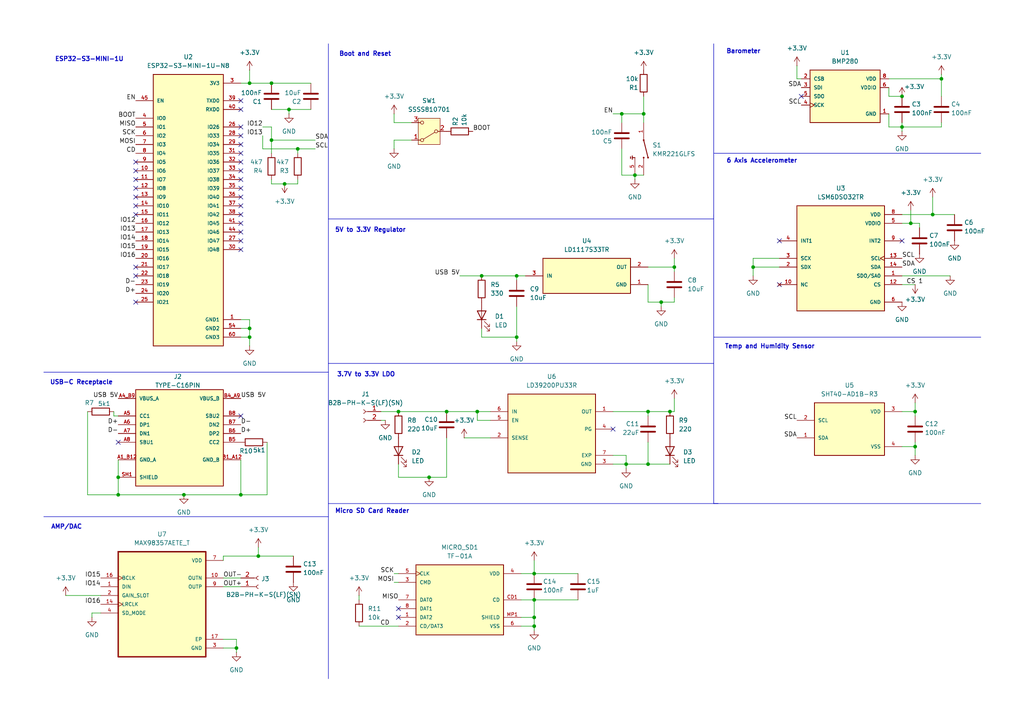
<source format=kicad_sch>
(kicad_sch (version 20250114) (generator "eeschema") (generator_version "9.0")
  (paper "A4")
  (text "3.7V to 3.3V LDO" (at 106.172 108.712 0) (effects (font (size 1.27 1.27) (thickness 0.254) (bold yes))))
  (text "Temp and Humidity Sensor" (at 223.266 100.584 0) (effects (font (size 1.27 1.27) (thickness 0.254) (bold yes))))
  (text "6 Axis Accelerometer" (at 220.98 46.736 0) (effects (font (size 1.27 1.27) (thickness 0.254) (bold yes))))
  (text "Micro SD Card Reader" (at 107.95 148.336 0) (effects (font (size 1.27 1.27) (thickness 0.254) (bold yes))))
  (text "ESP32-S3-MINI-1U" (at 25.908 17.272 0) (effects (font (size 1.27 1.27) (thickness 0.254) (bold yes))))
  (text "5V to 3.3V Regulator" (at 107.442 66.802 0) (effects (font (size 1.27 1.27) (thickness 0.254) (bold yes))))
  (text "AMP/DAC" (at 19.304 152.908 0) (effects (font (size 1.27 1.27) (thickness 0.254) (bold yes))))
  (text "USB-C Receptacle" (at 23.622 110.998 0) (effects (font (size 1.27 1.27) (thickness 0.254) (bold yes))))
  (text "Barometer" (at 215.646 14.986 0) (effects (font (size 1.27 1.27) (thickness 0.254) (bold yes))))
  (text "Boot and Reset" (at 105.918 15.748 0) (effects (font (size 1.27 1.27) (thickness 0.254) (bold yes))))
  (junction (at 72.39 97.79))
  (junction (at 218.44 77.47))
  (junction (at 265.43 119.38))
  (junction (at 86.36 43.18))
  (junction (at 34.29 143.51))
  (junction (at 68.58 187.96))
  (junction (at 72.39 24.13))
  (junction (at 154.94 181.61))
  (junction (at 187.96 119.38))
  (junction (at 270.51 62.23))
  (junction (at 124.46 138.43))
  (junction (at 72.39 95.25))
  (junction (at 82.55 53.34))
  (junction (at 139.7 80.01))
  (junction (at 83.82 31.75))
  (junction (at 129.54 119.38))
  (junction (at 149.86 80.01))
  (junction (at 186.69 33.02))
  (junction (at 34.29 138.43))
  (junction (at 181.61 134.62))
  (junction (at 154.94 166.37))
  (junction (at 78.74 24.13))
  (junction (at 69.85 143.51))
  (junction (at 187.96 134.62))
  (junction (at 53.34 143.51))
  (junction (at 74.93 161.29))
  (junction (at 149.86 97.79))
  (junction (at 154.94 179.07))
  (junction (at 138.43 119.38))
  (junction (at 261.62 36.83))
  (junction (at 264.16 64.77))
  (junction (at 195.58 77.47))
  (junction (at 261.62 27.94))
  (junction (at 184.15 50.8))
  (junction (at 154.94 173.99))
  (junction (at 180.34 33.02))
  (junction (at 273.05 22.86))
  (junction (at 194.31 119.38))
  (junction (at 265.43 129.54))
  (junction (at 191.77 87.63))
  (junction (at 115.57 119.38))
  (junction (at 78.74 40.64))
  (no_connect (at 69.85 39.37))
  (no_connect (at 69.85 54.61))
  (no_connect (at 69.85 49.53))
  (no_connect (at 39.37 80.01))
  (no_connect (at 69.85 57.15))
  (no_connect (at 226.06 82.55))
  (no_connect (at 69.85 67.31))
  (no_connect (at 69.85 69.85))
  (no_connect (at 69.85 59.69))
  (no_connect (at 69.85 120.65))
  (no_connect (at 69.85 72.39))
  (no_connect (at 69.85 44.45))
  (no_connect (at 39.37 52.07))
  (no_connect (at 177.8 124.46))
  (no_connect (at 39.37 62.23))
  (no_connect (at 69.85 46.99))
  (no_connect (at 115.57 179.07))
  (no_connect (at 69.85 64.77))
  (no_connect (at 39.37 87.63))
  (no_connect (at 69.85 31.75))
  (no_connect (at 69.85 36.83))
  (no_connect (at 115.57 176.53))
  (no_connect (at 226.06 69.85))
  (no_connect (at 39.37 77.47))
  (no_connect (at 69.85 41.91))
  (no_connect (at 261.62 69.85))
  (no_connect (at 39.37 49.53))
  (no_connect (at 232.41 27.94))
  (no_connect (at 69.85 29.21))
  (no_connect (at 69.85 62.23))
  (no_connect (at 34.29 128.27))
  (no_connect (at 39.37 54.61))
  (no_connect (at 69.85 52.07))
  (no_connect (at 39.37 46.99))
  (no_connect (at 39.37 59.69))
  (no_connect (at 39.37 57.15))
  (wire (pts (xy 151.13 173.99) (xy 154.94 173.99)))
  (wire (pts (xy 177.8 134.62) (xy 181.61 134.62)))
  (wire (pts (xy 77.47 143.51) (xy 69.85 143.51)))
  (wire (pts (xy 104.14 181.61) (xy 115.57 181.61)))
  (wire (pts (xy 129.54 127) (xy 129.54 138.43)))
  (wire (pts (xy 139.7 95.25) (xy 139.7 97.79)))
  (wire (pts (xy 218.44 77.47) (xy 218.44 74.93)))
  (wire (pts (xy 82.55 53.34) (xy 86.36 53.34)))
  (wire (pts (xy 69.85 97.79) (xy 72.39 97.79)))
  (wire (pts (xy 91.44 40.64) (xy 78.74 40.64)))
  (polyline (pts (xy 12.7 107.95) (xy 95.25 107.95)))
  (wire (pts (xy 114.3 43.18) (xy 114.3 40.64)))
  (polyline (pts (xy 95.25 12.7) (xy 95.25 196.85)))
  (wire (pts (xy 138.43 121.92) (xy 138.43 119.38)))
  (wire (pts (xy 78.74 31.75) (xy 83.82 31.75)))
  (wire (pts (xy 195.58 74.93) (xy 195.58 77.47)))
  (wire (pts (xy 138.43 119.38) (xy 142.24 119.38)))
  (wire (pts (xy 139.7 97.79) (xy 149.86 97.79)))
  (wire (pts (xy 69.85 143.51) (xy 53.34 143.51)))
  (wire (pts (xy 231.14 22.86) (xy 232.41 22.86)))
  (wire (pts (xy 33.02 120.65) (xy 34.29 120.65)))
  (polyline (pts (xy 207.01 146.05) (xy 208.28 146.05)))
  (wire (pts (xy 64.77 161.29) (xy 74.93 161.29)))
  (wire (pts (xy 154.94 173.99) (xy 154.94 179.07)))
  (wire (pts (xy 181.61 134.62) (xy 181.61 135.89)))
  (wire (pts (xy 64.77 185.42) (xy 68.58 185.42)))
  (wire (pts (xy 78.74 52.07) (xy 78.74 53.34)))
  (polyline (pts (xy 12.7 149.86) (xy 95.25 149.86)))
  (wire (pts (xy 114.3 33.02) (xy 114.3 35.56)))
  (wire (pts (xy 187.96 120.65) (xy 187.96 119.38)))
  (wire (pts (xy 78.74 53.34) (xy 82.55 53.34)))
  (polyline (pts (xy 95.25 146.05) (xy 284.48 146.05)))
  (wire (pts (xy 218.44 74.93) (xy 226.06 74.93)))
  (wire (pts (xy 180.34 43.18) (xy 180.34 50.8)))
  (wire (pts (xy 184.15 50.8) (xy 186.69 50.8)))
  (wire (pts (xy 191.77 87.63) (xy 187.96 87.63)))
  (wire (pts (xy 265.43 129.54) (xy 261.62 129.54)))
  (wire (pts (xy 181.61 134.62) (xy 187.96 134.62)))
  (wire (pts (xy 115.57 138.43) (xy 124.46 138.43)))
  (wire (pts (xy 187.96 119.38) (xy 194.31 119.38)))
  (wire (pts (xy 142.24 121.92) (xy 138.43 121.92)))
  (wire (pts (xy 104.14 172.72) (xy 104.14 173.99)))
  (wire (pts (xy 187.96 128.27) (xy 187.96 134.62)))
  (wire (pts (xy 78.74 36.83) (xy 78.74 40.64)))
  (wire (pts (xy 64.77 162.56) (xy 64.77 161.29)))
  (wire (pts (xy 177.8 33.02) (xy 180.34 33.02)))
  (wire (pts (xy 26.67 179.07) (xy 26.67 177.8)))
  (wire (pts (xy 114.3 40.64) (xy 119.38 40.64)))
  (polyline (pts (xy 207.01 62.23) (xy 207.01 63.5)))
  (wire (pts (xy 273.05 36.83) (xy 261.62 36.83)))
  (wire (pts (xy 25.4 119.38) (xy 25.4 143.51)))
  (wire (pts (xy 186.69 35.56) (xy 186.69 33.02)))
  (wire (pts (xy 77.47 128.27) (xy 77.47 143.51)))
  (wire (pts (xy 86.36 44.45) (xy 86.36 43.18)))
  (wire (pts (xy 72.39 20.32) (xy 72.39 24.13)))
  (wire (pts (xy 270.51 57.15) (xy 270.51 62.23)))
  (wire (pts (xy 114.3 35.56) (xy 119.38 35.56)))
  (wire (pts (xy 74.93 158.75) (xy 74.93 161.29)))
  (wire (pts (xy 72.39 97.79) (xy 72.39 100.33)))
  (wire (pts (xy 195.58 86.36) (xy 195.58 87.63)))
  (wire (pts (xy 195.58 78.74) (xy 195.58 77.47)))
  (wire (pts (xy 69.85 133.35) (xy 69.85 143.51)))
  (wire (pts (xy 195.58 77.47) (xy 187.96 77.47)))
  (wire (pts (xy 257.81 22.86) (xy 273.05 22.86)))
  (wire (pts (xy 257.81 36.83) (xy 261.62 36.83)))
  (wire (pts (xy 187.96 134.62) (xy 194.31 134.62)))
  (wire (pts (xy 154.94 162.56) (xy 154.94 166.37)))
  (wire (pts (xy 257.81 33.02) (xy 257.81 36.83)))
  (wire (pts (xy 149.86 88.9) (xy 149.86 97.79)))
  (wire (pts (xy 151.13 166.37) (xy 154.94 166.37)))
  (wire (pts (xy 187.96 119.38) (xy 177.8 119.38)))
  (wire (pts (xy 68.58 187.96) (xy 68.58 189.23)))
  (wire (pts (xy 231.14 19.05) (xy 231.14 22.86)))
  (wire (pts (xy 184.15 50.8) (xy 184.15 52.07)))
  (wire (pts (xy 19.05 172.72) (xy 29.21 172.72)))
  (wire (pts (xy 177.8 132.08) (xy 181.61 132.08)))
  (wire (pts (xy 257.81 25.4) (xy 257.81 27.94)))
  (wire (pts (xy 72.39 95.25) (xy 72.39 97.79)))
  (wire (pts (xy 134.62 127) (xy 142.24 127)))
  (wire (pts (xy 273.05 27.94) (xy 273.05 22.86)))
  (wire (pts (xy 86.36 43.18) (xy 76.2 43.18)))
  (wire (pts (xy 26.67 177.8) (xy 29.21 177.8)))
  (wire (pts (xy 91.44 43.18) (xy 86.36 43.18)))
  (wire (pts (xy 115.57 166.37) (xy 114.3 166.37)))
  (wire (pts (xy 191.77 87.63) (xy 191.77 88.9)))
  (wire (pts (xy 261.62 82.55) (xy 265.43 82.55)))
  (wire (pts (xy 115.57 119.38) (xy 129.54 119.38)))
  (wire (pts (xy 181.61 132.08) (xy 181.61 134.62)))
  (wire (pts (xy 78.74 24.13) (xy 90.17 24.13)))
  (polyline (pts (xy 207.01 97.79) (xy 284.48 97.79)))
  (wire (pts (xy 64.77 187.96) (xy 68.58 187.96)))
  (wire (pts (xy 149.86 81.28) (xy 149.86 80.01)))
  (wire (pts (xy 266.7 64.77) (xy 266.7 66.04)))
  (wire (pts (xy 261.62 35.56) (xy 261.62 36.83)))
  (wire (pts (xy 154.94 179.07) (xy 154.94 181.61)))
  (wire (pts (xy 195.58 119.38) (xy 194.31 119.38)))
  (wire (pts (xy 154.94 173.99) (xy 167.64 173.99)))
  (polyline (pts (xy 95.25 105.41) (xy 207.01 105.41)))
  (wire (pts (xy 261.62 38.1) (xy 261.62 36.83)))
  (wire (pts (xy 261.62 62.23) (xy 270.51 62.23)))
  (wire (pts (xy 68.58 185.42) (xy 68.58 187.96)))
  (wire (pts (xy 34.29 138.43) (xy 34.29 143.51)))
  (wire (pts (xy 195.58 87.63) (xy 191.77 87.63)))
  (wire (pts (xy 133.35 80.01) (xy 139.7 80.01)))
  (wire (pts (xy 74.93 161.29) (xy 85.09 161.29)))
  (wire (pts (xy 180.34 33.02) (xy 186.69 33.02)))
  (wire (pts (xy 115.57 134.62) (xy 115.57 138.43)))
  (wire (pts (xy 180.34 50.8) (xy 184.15 50.8)))
  (wire (pts (xy 264.16 64.77) (xy 266.7 64.77)))
  (wire (pts (xy 151.13 181.61) (xy 154.94 181.61)))
  (wire (pts (xy 195.58 115.57) (xy 195.58 119.38)))
  (wire (pts (xy 265.43 120.65) (xy 265.43 119.38)))
  (wire (pts (xy 154.94 181.61) (xy 154.94 182.88)))
  (wire (pts (xy 257.81 27.94) (xy 261.62 27.94)))
  (wire (pts (xy 69.85 92.71) (xy 72.39 92.71)))
  (wire (pts (xy 33.02 119.38) (xy 33.02 120.65)))
  (wire (pts (xy 218.44 80.01) (xy 218.44 77.47)))
  (wire (pts (xy 83.82 31.75) (xy 90.17 31.75)))
  (wire (pts (xy 265.43 116.84) (xy 265.43 119.38)))
  (wire (pts (xy 264.16 60.96) (xy 264.16 64.77)))
  (polyline (pts (xy 207.01 44.45) (xy 284.48 44.45)))
  (wire (pts (xy 25.4 143.51) (xy 34.29 143.51)))
  (wire (pts (xy 180.34 33.02) (xy 180.34 35.56)))
  (wire (pts (xy 273.05 22.86) (xy 273.05 21.59)))
  (wire (pts (xy 218.44 77.47) (xy 226.06 77.47)))
  (wire (pts (xy 76.2 43.18) (xy 76.2 39.37)))
  (wire (pts (xy 149.86 80.01) (xy 152.4 80.01)))
  (wire (pts (xy 69.85 170.18) (xy 64.77 170.18)))
  (wire (pts (xy 139.7 80.01) (xy 149.86 80.01)))
  (polyline (pts (xy 207.01 12.7) (xy 207.01 146.05)))
  (wire (pts (xy 261.62 80.01) (xy 275.59 80.01)))
  (wire (pts (xy 265.43 128.27) (xy 265.43 129.54)))
  (wire (pts (xy 261.62 64.77) (xy 264.16 64.77)))
  (wire (pts (xy 129.54 119.38) (xy 138.43 119.38)))
  (wire (pts (xy 149.86 97.79) (xy 149.86 99.06)))
  (wire (pts (xy 34.29 143.51) (xy 53.34 143.51)))
  (wire (pts (xy 83.82 31.75) (xy 83.82 33.02)))
  (wire (pts (xy 110.49 121.92) (xy 111.76 121.92)))
  (wire (pts (xy 270.51 62.23) (xy 276.86 62.23)))
  (polyline (pts (xy 207.01 63.5) (xy 95.25 63.5)))
  (wire (pts (xy 265.43 119.38) (xy 261.62 119.38)))
  (wire (pts (xy 273.05 35.56) (xy 273.05 36.83)))
  (wire (pts (xy 154.94 166.37) (xy 167.64 166.37)))
  (wire (pts (xy 69.85 167.64) (xy 64.77 167.64)))
  (wire (pts (xy 72.39 24.13) (xy 78.74 24.13)))
  (wire (pts (xy 265.43 129.54) (xy 265.43 132.08)))
  (wire (pts (xy 34.29 133.35) (xy 34.29 138.43)))
  (wire (pts (xy 187.96 87.63) (xy 187.96 82.55)))
  (wire (pts (xy 78.74 44.45) (xy 78.74 40.64)))
  (wire (pts (xy 72.39 92.71) (xy 72.39 95.25)))
  (wire (pts (xy 186.69 33.02) (xy 186.69 27.94)))
  (wire (pts (xy 69.85 95.25) (xy 72.39 95.25)))
  (wire (pts (xy 86.36 53.34) (xy 86.36 52.07)))
  (wire (pts (xy 115.57 168.91) (xy 114.3 168.91)))
  (wire (pts (xy 151.13 179.07) (xy 154.94 179.07)))
  (wire (pts (xy 110.49 119.38) (xy 115.57 119.38)))
  (wire (pts (xy 129.54 138.43) (xy 124.46 138.43)))
  (wire (pts (xy 76.2 36.83) (xy 78.74 36.83)))
  (wire (pts (xy 72.39 24.13) (xy 69.85 24.13)))
  (label "IO15" (at 29.21 167.64 180))
  (label "IO12" (at 39.37 64.77 180))
  (label "CD" (at 113.03 181.61 180))
  (label "D+" (at 34.29 123.19 180))
  (label "OUT+" (at 64.77 170.18 0))
  (label "OUT-" (at 64.77 167.64 0))
  (label "D-" (at 69.85 123.19 0))
  (label "IO14" (at 39.37 69.85 180))
  (label "IO13" (at 76.2 39.37 180))
  (label "CS 1" (at 262.89 82.55 0))
  (label "D+" (at 39.37 85.09 180))
  (label "BOOT" (at 137.16 38.1 0))
  (label "CD" (at 39.37 44.45 180))
  (label "MOSI" (at 114.3 168.91 180))
  (label "MOSI" (at 39.37 41.91 180))
  (label "SCL" (at 231.14 121.92 180))
  (label "USB 5V" (at 69.85 115.57 0) (effects (font (thickness 0.1588))))
  (label "SDA" (at 231.14 127 180))
  (label "SCK" (at 114.3 166.37 180))
  (label "USB 5V" (at 34.29 115.57 180) (effects (font (thickness 0.1588))))
  (label "SDA" (at 91.44 40.64 0))
  (label "SCL" (at 91.44 43.18 0))
  (label "USB 5V" (at 133.35 80.01 180))
  (label "MISO" (at 39.37 36.83 180))
  (label "SDA" (at 261.62 77.47 0))
  (label "SCK" (at 39.37 39.37 180))
  (label "EN" (at 177.8 33.02 180))
  (label "SCL" (at 232.41 30.48 180))
  (label "IO12" (at 76.2 36.83 180))
  (label "D-" (at 39.37 82.55 180))
  (label "MISO" (at 115.57 173.99 180))
  (label "SCL" (at 261.62 74.93 0))
  (label "IO14" (at 29.21 170.18 180))
  (label "D-" (at 34.29 125.73 180))
  (label "IO16" (at 29.21 175.26 180))
  (label "EN" (at 39.37 29.21 180))
  (label "D+" (at 69.85 125.73 0))
  (label "BOOT" (at 39.37 34.29 180))
  (label "IO15" (at 39.37 72.39 180))
  (label "IO16" (at 39.37 74.93 180))
  (label "IO13" (at 39.37 67.31 180))
  (label "SDA" (at 232.41 25.4 180))
  (symbol (lib_id "power:GND") (at 218.44 80.01 0) (unit 1)
    (property "Reference" "#PWR016" (effects (hide yes)))
    (property "Value" "GND" (at 218.44 85.09 0))
    (property "Description" "Power symbol creates a global label with name \"GND\" , ground" (effects (hide yes)))
  )
  (symbol (lib_id "Device:LED") (at 139.7 91.44 90) (unit 1)
    (property "Reference" "D1" (at 143.51 91.7574 90) (effects (justify right)))
    (property "Value" "LED" (at 143.51 94.2974 90) (effects (justify right)))
    (property "Footprint" "LED_SMD:LED_0805_2012Metric" (effects (hide yes)))
    (property "Datasheet" "https://jlcpcb.com/api/file/downloadByFileSystemAccessId/8550724080677908480" (effects (hide yes)))
    (property "Description" "NCD0805R1" (effects (hide yes)))
    (property "Sim.Pins" "1=K 2=A" (effects (hide yes)))
    (property "Part NO." "C84256" (effects (hide yes)))
  )
  (symbol (lib_id "power:GND") (at 266.7 73.66 0) (unit 1)
    (property "Reference" "#PWR014" (effects (hide yes)))
    (property "Value" "GND" (at 266.7 78.74 0))
    (property "Description" "Power symbol creates a global label with name \"GND\" , ground" (effects (hide yes)))
  )
  (symbol (lib_id "KMR221GLFS:KMR221GLFS") (at 186.69 43.18 270) (unit 1)
    (property "Reference" "S1" (at 189.23 42.1004 90) (effects (justify left)))
    (property "Value" "KMR221GLFS" (at 189.23 44.6404 90) (effects (justify left)))
    (property "Footprint" "2FOOTPRINTS:SW_KMR221GLFS" (effects (hide yes)))
    (property "Datasheet" "https://jlcpcb.com/api/file/downloadByFileSystemAccessId/8588916370310369280" (effects (hide yes)))
    (property "Description" "KMR221GLFS" (effects (hide yes)))
    (property "MF" "C&K" (effects (hide yes)))
    (property "Description_1" "Tactile Switch SPST-NO Top Actuated Surface Mount" (effects (hide yes)))
    (property "Package" "None" (effects (hide yes)))
    (property "Price" "None" (effects (hide yes)))
    (property "Check_prices" "https://www.snapeda.com/parts/KMR221GLFS/C%2526K/view-part/?ref=eda" (effects (hide yes)))
    (property "SnapEDA_Link" "https://www.snapeda.com/parts/KMR221GLFS/C%2526K/view-part/?ref=snap" (effects (hide yes)))
    (property "MP" "KMR221GLFS" (effects (hide yes)))
    (property "Availability" "In Stock" (effects (hide yes)))
    (property "MANUFACTURER" "CnK" (effects (hide yes)))
    (property "Part NO." "C72443" (effects (hide yes)))
  )
  (symbol (lib_id "LD39200PU33R:LD39200PU33R") (at 160.02 127 0) (unit 1)
    (property "Reference" "U6" (at 160.02 109.22 0))
    (property "Value" "LD39200PU33R" (at 160.02 111.76 0))
    (property "Footprint" "2FOOTPRINTS:SON95P300X300X100-7N" (effects (hide yes)))
    (property "Datasheet" "https://jlcpcb.com/api/file/downloadByFileSystemAccessId/8588886586771845120" (effects (hide yes)))
    (property "Description" "LD39200PU33R" (effects (hide yes)))
    (property "B_NOM" "0.34" (effects (hide yes)))
    (property "A_MAX" "1.0" (effects (hide yes)))
    (property "Check_prices" "https://www.snapeda.com/parts/LD39200PU33R/STMicroelectronics/view-part/?ref=eda" (effects (hide yes)))
    (property "B_MAX" "0.45" (effects (hide yes)))
    (property "Description_1" "Linear Voltage Regulator IC Positive Fixed 1 Output  2A 6-DFN (3x3)" (effects (hide yes)))
    (property "Price" "None" (effects (hide yes)))
    (property "ENOM" "0.95" (effects (hide yes)))
    (property "D_NOM" "3.0" (effects (hide yes)))
    (property "Purchase-URL" "https://www.snapeda.com/api/url_track_click_mouser/?unipart_id=482679&manufacturer=STMicroelectronics&part_name=LD39200PU33R&search_term=ld39200pu33r" (effects (hide yes)))
    (property "D_MAX" "3.1" (effects (hide yes)))
    (property "L_MAX" "0.5" (effects (hide yes)))
    (property "Package" "DFN-6 STMicroelectronics" (effects (hide yes)))
    (property "E2_NOM" "1.625" (effects (hide yes)))
    (property "STANDARD" "IPC 7351B" (effects (hide yes)))
    (property "PARTREV" "3" (effects (hide yes)))
    (property "SnapEDA_Link" "https://www.snapeda.com/parts/LD39200PU33R/STMicroelectronics/view-part/?ref=snap" (effects (hide yes)))
    (property "E_NOM" "3.0" (effects (hide yes)))
    (property "B_MIN" "0.23" (effects (hide yes)))
    (property "D2_NOM" "2.365" (effects (hide yes)))
    (property "PIN_COUNT" "6.0" (effects (hide yes)))
    (property "L_NOM" "0.4" (effects (hide yes)))
    (property "MANUFACTURER" "ST Microelectronics" (effects (hide yes)))
    (property "MF" "STMicroelectronics" (effects (hide yes)))
    (property "MAXIMUM_PACKAGE_HEIGHT" "1.0mm" (effects (hide yes)))
    (property "E_MIN" "2.9" (effects (hide yes)))
    (property "D_MIN" "2.9" (effects (hide yes)))
    (property "MP" "LD39200PU33R" (effects (hide yes)))
    (property "L_MIN" "0.3" (effects (hide yes)))
    (property "Availability" "In Stock" (effects (hide yes)))
    (property "E_MAX" "3.1" (effects (hide yes)))
    (property "Part NO." "C222192" (effects (hide yes)))
  )
  (symbol (lib_id "Device:C") (at 187.96 124.46 0) (mirror x) (unit 1)
    (property "Reference" "C11" (at 185.42 122.936 0) (effects (justify right)))
    (property "Value" "22uF" (at 185.42 125.476 0) (effects (justify right)))
    (property "Footprint" "Capacitor_SMD:C_0805_2012Metric" (effects (hide yes)))
    (property "Datasheet" "https://jlcpcb.com/api/file/downloadByFileSystemAccessId/8579706866429190144" (effects (hide yes)))
    (property "Description" "CL21A226MAQNNNE" (effects (hide yes)))
    (property "Part NO." "C45783" (effects (hide yes)))
  )
  (symbol (lib_id "power:GND") (at 85.09 168.91 0) (unit 1)
    (property "Reference" "#PWR033" (effects (hide yes)))
    (property "Value" "GND" (at 85.09 173.99 0))
    (property "Description" "Power symbol creates a global label with name \"GND\" , ground" (effects (hide yes)))
  )
  (symbol (lib_id "power:GND") (at 181.61 135.89 0) (unit 1)
    (property "Reference" "#PWR028" (effects (hide yes)))
    (property "Value" "GND" (at 181.61 140.97 0))
    (property "Description" "Power symbol creates a global label with name \"GND\" , ground" (effects (hide yes)))
  )
  (symbol (lib_id "Device:R") (at 29.21 119.38 90) (unit 1)
    (property "Reference" "R7" (at 25.908 116.84 90))
    (property "Value" "5k1" (at 30.226 117.094 90))
    (property "Footprint" "Resistor_SMD:R_0402_1005Metric" (effects (hide yes)))
    (property "Datasheet" "https://jlcpcb.com/api/file/downloadByFileSystemAccessId/8579706036003409920" (effects (hide yes)))
    (property "Description" "0402WGF5101TCE" (effects (hide yes)))
    (property "Part NO." "C25905" (effects (hide yes)))
  )
  (symbol (lib_id "power:GND") (at 124.46 138.43 0) (unit 1)
    (property "Reference" "#PWR029" (effects (hide yes)))
    (property "Value" "GND" (at 124.46 143.51 0))
    (property "Description" "Power symbol creates a global label with name \"GND\" , ground" (effects (hide yes)))
  )
  (symbol (lib_id "Device:C") (at 129.54 123.19 0) (mirror x) (unit 1)
    (property "Reference" "C10" (at 127 121.666 0) (effects (justify right)))
    (property "Value" "10uF" (at 127 124.206 0) (effects (justify right)))
    (property "Footprint" "Capacitor_SMD:C_0603_1608Metric" (effects (hide yes)))
    (property "Datasheet" "https://jlcpcb.com/api/file/downloadByFileSystemAccessId/8579707107920437248" (effects (hide yes)))
    (property "Description" "CL10A106KP8NNNC" (effects (hide yes)))
    (property "Part NO." "C19702" (effects (hide yes)))
  )
  (symbol (lib_id "Device:C") (at 154.94 170.18 180) (unit 1)
    (property "Reference" "C14" (at 157.48 168.656 0) (effects (justify right)))
    (property "Value" "100nF" (at 157.48 171.196 0) (effects (justify right)))
    (property "Footprint" "Capacitor_SMD:C_0402_1005Metric" (effects (hide yes)))
    (property "Datasheet" "https://jlcpcb.com/api/file/downloadByFileSystemAccessId/8579707269996871680" (effects (hide yes)))
    (property "Description" "CL05B104KO5NNNC" (effects (hide yes)))
    (property "Part NO." "C1525" (effects (hide yes)))
  )
  (symbol (lib_id "power:GND") (at 191.77 88.9 0) (unit 1)
    (property "Reference" "#PWR019" (effects (hide yes)))
    (property "Value" "GND" (at 191.77 93.98 0))
    (property "Description" "Power symbol creates a global label with name \"GND\" , ground" (effects (hide yes)))
  )
  (symbol (lib_id "power:GND") (at 275.59 80.01 0) (unit 1)
    (property "Reference" "#PWR017" (effects (hide yes)))
    (property "Value" "GND" (at 275.59 85.09 0))
    (property "Description" "Power symbol creates a global label with name \"GND\" , ground" (effects (hide yes)))
  )
  (symbol (lib_id "power:+3.3V") (at 72.39 20.32 0) (unit 1)
    (property "Reference" "#PWR01" (effects (hide yes)))
    (property "Value" "+3.3V" (at 72.39 15.24 0))
    (property "Description" "Power symbol creates a global label with name \"+3.3V\"" (effects (hide yes)))
  )
  (symbol (lib_id "Device:C") (at 276.86 66.04 0) (unit 1)
    (property "Reference" "C6" (at 279.654 64.516 0) (effects (justify left)))
    (property "Value" "100nF" (at 279.654 67.056 0) (effects (justify left)))
    (property "Footprint" "Capacitor_SMD:C_0402_1005Metric" (effects (hide yes)))
    (property "Datasheet" "https://jlcpcb.com/api/file/downloadByFileSystemAccessId/8579707269996871680" (effects (hide yes)))
    (property "Description" "CL05B104KO5NNNC" (effects (hide yes)))
    (property "Part NO." "C1525" (effects (hide yes)))
  )
  (symbol (lib_id "Device:C") (at 167.64 170.18 180) (unit 1)
    (property "Reference" "C15" (at 170.18 168.656 0) (effects (justify right)))
    (property "Value" "1uF" (at 170.18 171.196 0) (effects (justify right)))
    (property "Footprint" "Capacitor_SMD:C_0402_1005Metric" (effects (hide yes)))
    (property "Datasheet" "https://jlcpcb.com/api/file/downloadByFileSystemAccessId/8579707174974914560" (effects (hide yes)))
    (property "Description" "CL05A105KA5NQNC" (effects (hide yes)))
    (property "Part NO." "C52923" (effects (hide yes)))
  )
  (symbol (lib_id "LD1117S33TR:LD1117S33TR") (at 170.18 80.01 0) (unit 1)
    (property "Reference" "U4" (at 170.18 69.85 0))
    (property "Value" "LD1117S33TR" (at 170.18 72.39 0))
    (property "Footprint" "2FOOTPRINTS:SOT230P700X180-4N" (effects (hide yes)))
    (property "Datasheet" "https://jlcpcb.com/api/file/downloadByFileSystemAccessId/8586198736901459968" (effects (hide yes)))
    (property "Description" "LD1117S33TR" (effects (hide yes)))
    (property "MF" "STMicroelectronics" (effects (hide yes)))
    (property "Description_1" "Linear Voltage Regulator IC Positive Fixed 1 Output  800mA SOT-223" (effects (hide yes)))
    (property "Package" "TO-261-4 STMicroelectronics" (effects (hide yes)))
    (property "Price" "None" (effects (hide yes)))
    (property "Check_prices" "https://www.snapeda.com/parts/LD1117S33TR/STMicroelectronics/view-part/?ref=eda" (effects (hide yes)))
    (property "SnapEDA_Link" "https://www.snapeda.com/parts/LD1117S33TR/STMicroelectronics/view-part/?ref=snap" (effects (hide yes)))
    (property "MP" "LD1117S33TR" (effects (hide yes)))
    (property "Purchase-URL" "https://www.snapeda.com/api/url_track_click_mouser/?unipart_id=46020&manufacturer=STMicroelectronics&part_name=LD1117S33TR&search_term=ld1117s33tr" (effects (hide yes)))
    (property "Availability" "In Stock" (effects (hide yes)))
    (property "MANUFACTURER" "ST Microelectronics" (effects (hide yes)))
    (property "Part NO." "C86781" (effects (hide yes)))
  )
  (symbol (lib_id "power:+3.3V") (at 186.69 20.32 0) (unit 1)
    (property "Reference" "#PWR02" (effects (hide yes)))
    (property "Value" "+3.3V" (at 186.69 15.24 0))
    (property "Description" "Power symbol creates a global label with name \"+3.3V\"" (effects (hide yes)))
  )
  (symbol (lib_id "Device:C") (at 265.43 124.46 0) (unit 1)
    (property "Reference" "C12" (at 268.224 122.936 0) (effects (justify left)))
    (property "Value" "100nF" (at 268.224 125.476 0) (effects (justify left)))
    (property "Footprint" "Capacitor_SMD:C_0402_1005Metric" (effects (hide yes)))
    (property "Datasheet" "https://jlcpcb.com/api/file/downloadByFileSystemAccessId/8579707269996871680" (effects (hide yes)))
    (property "Description" "CL05B104KO5NNNC" (effects (hide yes)))
    (property "Part NO." "C1525" (effects (hide yes)))
  )
  (symbol (lib_id "power:GND") (at 276.86 69.85 0) (unit 1)
    (property "Reference" "#PWR013" (effects (hide yes)))
    (property "Value" "GND" (at 276.86 74.93 0))
    (property "Description" "Power symbol creates a global label with name \"GND\" , ground" (effects (hide yes)))
  )
  (symbol (lib_id "power:+3.3V") (at 195.58 74.93 0) (unit 1)
    (property "Reference" "#PWR015" (effects (hide yes)))
    (property "Value" "+3.3V" (at 195.58 69.85 0))
    (property "Description" "Power symbol creates a global label with name \"+3.3V\"" (effects (hide yes)))
  )
  (symbol (lib_id "power:+3.3V") (at 74.93 158.75 0) (unit 1)
    (property "Reference" "#PWR031" (effects (hide yes)))
    (property "Value" "+3.3V" (at 74.93 153.67 0))
    (property "Description" "Power symbol creates a global label with name \"+3.3V\"" (effects (hide yes)))
  )
  (symbol (lib_id "power:+3.3V") (at 195.58 115.57 0) (unit 1)
    (property "Reference" "#PWR023" (effects (hide yes)))
    (property "Value" "+3.3V" (at 195.58 110.49 0))
    (property "Description" "Power symbol creates a global label with name \"+3.3V\"" (effects (hide yes)))
  )
  (symbol (lib_id "Device:C") (at 180.34 39.37 180) (unit 1)
    (property "Reference" "C5" (at 177.546 40.894 0) (effects (justify left)))
    (property "Value" "100nF" (at 177.546 38.354 0) (effects (justify left)))
    (property "Footprint" "Capacitor_SMD:C_0402_1005Metric" (effects (hide yes)))
    (property "Datasheet" "https://jlcpcb.com/api/file/downloadByFileSystemAccessId/8579707269996871680" (effects (hide yes)))
    (property "Description" "CL05B104KO5NNNC" (effects (hide yes)))
    (property "Part NO." "C1525" (effects (hide yes)))
  )
  (symbol (lib_id "power:+3.3V") (at 114.3 33.02 0) (unit 1)
    (property "Reference" "#PWR06" (effects (hide yes)))
    (property "Value" "+3.3V" (at 114.3 27.94 0))
    (property "Description" "Power symbol creates a global label with name \"+3.3V\"" (effects (hide yes)))
  )
  (symbol (lib_id "MAX98357AETE_T:MAX98357AETE_T") (at 46.99 175.26 0) (unit 1)
    (property "Reference" "U7" (at 46.99 154.94 0))
    (property "Value" "MAX98357AETE_T" (at 46.99 157.48 0))
    (property "Footprint" "2FOOTPRINTS:QFN50P300X300X80-17N" (effects (hide yes)))
    (property "Datasheet" "https://jlcpcb.com/api/file/downloadByFileSystemAccessId/8588886693302161408" (effects (hide yes)))
    (property "Description" "MAX98357AETE_T" (effects (hide yes)))
    (property "MF" "Analog Devices" (effects (hide yes)))
    (property "Description_1" "Tiny, Low-Cost, PCM Class D Amplifier with Class AB Performance" (effects (hide yes)))
    (property "Package" "TQFN-16 Maxim" (effects (hide yes)))
    (property "Price" "None" (effects (hide yes)))
    (property "SnapEDA_Link" "https://www.snapeda.com/parts/MAX98357AETE+T/Analog+Devices/view-part/?ref=snap" (effects (hide yes)))
    (property "MP" "MAX98357AETE+T" (effects (hide yes)))
    (property "Purchase-URL" "https://www.snapeda.com/api/url_track_click_mouser/?unipart_id=48842&manufacturer=Analog Devices&part_name=MAX98357AETE+T&search_term=max98357aete+t" (effects (hide yes)))
    (property "Availability" "In Stock" (effects (hide yes)))
    (property "Check_prices" "https://www.snapeda.com/parts/MAX98357AETE+T/Analog+Devices/view-part/?ref=eda" (effects (hide yes)))
    (property "Part NO." "C910544" (effects (hide yes)))
  )
  (symbol (lib_id "Device:C") (at 78.74 27.94 180) (unit 1)
    (property "Reference" "C1" (at 75.946 29.464 0) (effects (justify left)))
    (property "Value" "100nF" (at 75.946 26.924 0) (effects (justify left)))
    (property "Footprint" "Capacitor_SMD:C_0402_1005Metric" (effects (hide yes)))
    (property "Datasheet" "https://jlcpcb.com/api/file/downloadByFileSystemAccessId/8579707269996871680" (effects (hide yes)))
    (property "Description" "CL05B104KO5NNNC" (effects (hide yes)))
    (property "Part NO." "C1525" (effects (hide yes)))
  )
  (symbol (lib_id "power:GND") (at 111.76 121.92 0) (unit 1)
    (property "Reference" "#PWR025" (effects (hide yes)))
    (property "Value" "GND" (at 111.76 127 0))
    (property "Description" "Power symbol creates a global label with name \"GND\" , ground" (effects (hide yes)))
  )
  (symbol (lib_id "BMP280:BMP280") (at 245.11 27.94 0) (unit 1)
    (property "Reference" "U1" (at 245.11 15.24 0))
    (property "Value" "BMP280" (at 245.11 17.78 0))
    (property "Footprint" "2FOOTPRINTS:XDCR_BMP280" (effects (hide yes)))
    (property "Datasheet" "https://jlcpcb.com/api/file/downloadByFileSystemAccessId/8588881905890156544" (effects (hide yes)))
    (property "Description" "BMP280" (effects (hide yes)))
    (property "MF" "Bosch" (effects (hide yes)))
    (property "Description_1" "Pressure Sensor 4.35PSI ~ 15.95PSI (30kPa ~ 110kPa) Absolute - 16b 8-SMD" (effects (hide yes)))
    (property "Package" "SMD-8 Bosch Sensortec" (effects (hide yes)))
    (property "Price" "None" (effects (hide yes)))
    (property "Check_prices" "https://www.snapeda.com/parts/BMP280/Bosch/view-part/?ref=eda" (effects (hide yes)))
    (property "PART_REV" "1.19" (effects (hide yes)))
    (property "STANDARD" "MANUFACTURER RECOMMENDATIONS" (effects (hide yes)))
    (property "SnapEDA_Link" "https://www.snapeda.com/parts/BMP280/Bosch/view-part/?ref=snap" (effects (hide yes)))
    (property "MP" "BMP280" (effects (hide yes)))
    (property "Purchase-URL" "https://www.snapeda.com/api/url_track_click_mouser/?unipart_id=1186631&manufacturer=Bosch&part_name=BMP280&search_term=None" (effects (hide yes)))
    (property "Availability" "In Stock" (effects (hide yes)))
    (property "MANUFACTURER" "Bosch" (effects (hide yes)))
    (property "Part NO." "C83291" (effects (hide yes)))
  )
  (symbol (lib_id "Device:R") (at 139.7 83.82 0) (unit 1)
    (property "Reference" "R5" (at 142.24 82.5499 0) (effects (justify left)))
    (property "Value" "330" (at 142.24 85.0899 0) (effects (justify left)))
    (property "Footprint" "Resistor_SMD:R_0603_1608Metric" (effects (hide yes)))
    (property "Datasheet" "https://jlcpcb.com/api/file/downloadByFileSystemAccessId/8579706223213461504" (effects (hide yes)))
    (property "Description" "0603WAF3300T5E" (effects (hide yes)))
    (property "Part NO." "C23138" (effects (hide yes)))
  )
  (symbol (lib_id "Device:R") (at 86.36 48.26 180) (unit 1)
    (property "Reference" "R3" (at 83.82 49.5301 0) (effects (justify left)))
    (property "Value" "4k7" (at 83.82 46.9901 0) (effects (justify left)))
    (property "Footprint" "Resistor_SMD:R_0402_1005Metric" (effects (hide yes)))
    (property "Datasheet" "https://jlcpcb.com/api/file/downloadByFileSystemAccessId/8579705941367193600" (effects (hide yes)))
    (property "Description" "0402WGF4701TCE" (effects (hide yes)))
    (property "Part NO." "C25900" (effects (hide yes)))
  )
  (symbol (lib_id "Device:R") (at 115.57 123.19 0) (unit 1)
    (property "Reference" "R8" (at 118.11 121.9199 0) (effects (justify left)))
    (property "Value" "220" (at 118.11 124.4599 0) (effects (justify left)))
    (property "Footprint" "Resistor_SMD:R_0603_1608Metric" (effects (hide yes)))
    (property "Datasheet" "https://jlcpcb.com/api/file/downloadByFileSystemAccessId/8579706178210742272" (effects (hide yes)))
    (property "Description" "0603WAF2200T5E" (effects (hide yes)))
    (property "Part NO." "C22962" (effects (hide yes)))
  )
  (symbol (lib_id "power:GND") (at 114.3 43.18 0) (unit 1)
    (property "Reference" "#PWR08" (effects (hide yes)))
    (property "Value" "GND" (at 114.3 48.26 0))
    (property "Description" "Power symbol creates a global label with name \"GND\" , ground" (effects (hide yes)))
  )
  (symbol (lib_id "Device:R") (at 194.31 123.19 0) (unit 1)
    (property "Reference" "R9" (at 196.85 121.9199 0) (effects (justify left)))
    (property "Value" "220" (at 196.85 124.4599 0) (effects (justify left)))
    (property "Footprint" "Resistor_SMD:R_0603_1608Metric" (effects (hide yes)))
    (property "Datasheet" "https://jlcpcb.com/api/file/downloadByFileSystemAccessId/8579706178210742272" (effects (hide yes)))
    (property "Description" "0603WAF2200T5E" (effects (hide yes)))
    (property "Part NO." "C22962" (effects (hide yes)))
  )
  (symbol (lib_id "Device:C") (at 85.09 165.1 0) (unit 1)
    (property "Reference" "C13" (at 87.884 163.576 0) (effects (justify left)))
    (property "Value" "100nF" (at 87.884 166.116 0) (effects (justify left)))
    (property "Footprint" "Capacitor_SMD:C_0402_1005Metric" (effects (hide yes)))
    (property "Datasheet" "https://jlcpcb.com/api/file/downloadByFileSystemAccessId/8579707269996871680" (effects (hide yes)))
    (property "Description" "CL05B104KO5NNNC" (effects (hide yes)))
    (property "Part NO." "C1525" (effects (hide yes)))
  )
  (symbol (lib_id "ESP32-S3-MINI-1U-N8:ESP32-S3-MINI-1U-N8") (at 54.61 59.69 0) (unit 1)
    (property "Reference" "U2" (at 54.61 16.51 0))
    (property "Value" "ESP32-S3-MINI-1U-N8" (at 54.61 19.05 0))
    (property "Footprint" "RF_Module:ESP32-S2-MINI-1U" (effects (hide yes)))
    (property "Datasheet" "https://documentation.espressif.com/esp32-s3-mini-1_mini-1u_datasheet_en.pdf" (effects (hide yes)))
    (property "Description" "ESP32-S3-MINI-1U-N8" (effects (hide yes)))
    (property "MF" "Espressif Systems" (effects (hide yes)))
    (property "MAXIMUM_PACKAGE_HEIGHT" "2.55 mm" (effects (hide yes)))
    (property "Package" "VFQFN-56 Espressif Systems" (effects (hide yes)))
    (property "Price" "None" (effects (hide yes)))
    (property "Check_prices" "https://www.snapeda.com/parts/ESP32-S3-MINI-1U-N8/Espressif+Systems/view-part/?ref=eda" (effects (hide yes)))
    (property "STANDARD" "Manufacturer recommendations" (effects (hide yes)))
    (property "PARTREV" "1.2" (effects (hide yes)))
    (property "SnapEDA_Link" "https://www.snapeda.com/parts/ESP32-S3-MINI-1U-N8/Espressif+Systems/view-part/?ref=snap" (effects (hide yes)))
    (property "MP" "ESP32-S3-MINI-1U-N8" (effects (hide yes)))
    (property "Purchase-URL" "https://www.snapeda.com/api/url_track_click_mouser/?unipart_id=12369244&manufacturer=Espressif Systems&part_name=ESP32-S3-MINI-1U-N8&search_term=esp32-s3-mini-1u" (effects (hide yes)))
    (property "Description_1" "Bluetooth, WiFi 802.11b/g/n, Bluetooth v5.0 Transceiver Module 2.4GHz Antenna Not Included, U.FL Surface Mount" (effects (hide yes)))
    (property "Availability" "In Stock" (effects (hide yes)))
    (property "MANUFACTURER" "Espressif Systems" (effects (hide yes)))
    (property "Part NO." "C2980299" (effects (hide yes)))
  )
  (symbol (lib_id "Device:R") (at 186.69 24.13 180) (unit 1)
    (property "Reference" "R1" (at 185.166 25.4 0) (effects (justify left)))
    (property "Value" "10k" (at 185.166 22.86 0) (effects (justify left)))
    (property "Footprint" "Resistor_SMD:R_0402_1005Metric" (effects (hide yes)))
    (property "Datasheet" "https://jlcpcb.com/api/file/downloadByFileSystemAccessId/8588881989415931904" (effects (hide yes)))
    (property "Description" "0402WGJ0103TCE" (effects (hide yes)))
    (property "Part NO." "C25531" (effects (hide yes)))
  )
  (symbol (lib_id "Device:C") (at 90.17 27.94 180) (unit 1)
    (property "Reference" "C2" (at 87.376 29.464 0) (effects (justify left)))
    (property "Value" "10uF" (at 87.376 26.924 0) (effects (justify left)))
    (property "Footprint" "Capacitor_SMD:C_0603_1608Metric" (effects (hide yes)))
    (property "Datasheet" "https://jlcpcb.com/api/file/downloadByFileSystemAccessId/8579707107920437248" (effects (hide yes)))
    (property "Description" "CL10A106KP8NNNC" (effects (hide yes)))
    (property "Part NO." "C19702" (effects (hide yes)))
  )
  (symbol (lib_id "Device:LED") (at 194.31 130.81 90) (unit 1)
    (property "Reference" "D3" (at 198.12 131.1274 90) (effects (justify right)))
    (property "Value" "LED" (at 198.12 133.6674 90) (effects (justify right)))
    (property "Footprint" "LED_SMD:LED_0805_2012Metric" (effects (hide yes)))
    (property "Datasheet" "https://jlcpcb.com/api/file/downloadByFileSystemAccessId/8550724080677908480" (effects (hide yes)))
    (property "Description" "NCD0805R1" (effects (hide yes)))
    (property "Sim.Pins" "1=K 2=A" (effects (hide yes)))
    (property "Part NO." "C84256" (effects (hide yes)))
  )
  (symbol (lib_id "power:+3.3V") (at 231.14 19.05 0) (unit 1)
    (property "Reference" "#PWR039" (effects (hide yes)))
    (property "Value" "+3.3V" (at 231.14 13.97 0))
    (property "Description" "Power symbol creates a global label with name \"+3.3V\"" (effects (hide yes)))
  )
  (symbol (lib_id "Connector:Conn_01x02_Socket") (at 105.41 119.38 0) (mirror y) (unit 1)
    (property "Reference" "J1" (at 106.045 114.3 0))
    (property "Value" "B2B-PH-K-S(LF)(SN)" (at 106.045 116.84 0))
    (property "Footprint" "Connector_JST:JST_PH_B2B-PH-K_1x02_P2.00mm_Vertical" (effects (hide yes)))
    (property "Datasheet" "https://jlcpcb.com/api/file/downloadByFileSystemAccessId/8588889744620572672" (effects (hide yes)))
    (property "Description" "B2B-PH-K-S(LF)(SN)" (effects (hide yes)))
    (property "Part NO." "C131337" (effects (hide yes)))
  )
  (symbol (lib_id "power:+3.3V") (at 265.43 116.84 0) (unit 1)
    (property "Reference" "#PWR024" (effects (hide yes)))
    (property "Value" "+3.3V" (at 265.43 111.76 0))
    (property "Description" "Power symbol creates a global label with name \"+3.3V\"" (effects (hide yes)))
  )
  (symbol (lib_id "power:GND") (at 83.82 33.02 0) (unit 1)
    (property "Reference" "#PWR05" (effects (hide yes)))
    (property "Value" "GND" (at 83.82 38.1 0))
    (property "Description" "Power symbol creates a global label with name \"GND\" , ground" (effects (hide yes)))
  )
  (symbol (lib_id "power:GND") (at 261.62 38.1 0) (unit 1)
    (property "Reference" "#PWR07" (effects (hide yes)))
    (property "Value" "GND" (at 261.62 43.18 0))
    (property "Description" "Power symbol creates a global label with name \"GND\" , ground" (effects (hide yes)))
  )
  (symbol (lib_id "Device:R") (at 78.74 48.26 180) (unit 1)
    (property "Reference" "R4" (at 76.2 49.5301 0) (effects (justify left)))
    (property "Value" "4k7" (at 76.2 46.9901 0) (effects (justify left)))
    (property "Footprint" "Resistor_SMD:R_0402_1005Metric" (effects (hide yes)))
    (property "Datasheet" "https://jlcpcb.com/api/file/downloadByFileSystemAccessId/8579705941367193600" (effects (hide yes)))
    (property "Description" "0402WGF4701TCE" (effects (hide yes)))
    (property "Part NO." "C25900" (effects (hide yes)))
  )
  (symbol (lib_id "power:GND") (at 53.34 143.51 0) (unit 1)
    (property "Reference" "#PWR030" (effects (hide yes)))
    (property "Value" "GND" (at 53.34 148.59 0))
    (property "Description" "Power symbol creates a global label with name \"GND\" , ground" (effects (hide yes)))
  )
  (symbol (lib_id "Device:C") (at 273.05 31.75 0) (unit 1)
    (property "Reference" "C4" (at 275.844 30.226 0) (effects (justify left)))
    (property "Value" "100nF" (at 275.844 32.766 0) (effects (justify left)))
    (property "Footprint" "Capacitor_SMD:C_0402_1005Metric" (effects (hide yes)))
    (property "Datasheet" "https://jlcpcb.com/api/file/downloadByFileSystemAccessId/8579707269996871680" (effects (hide yes)))
    (property "Description" "CL05B104KO5NNNC" (effects (hide yes)))
    (property "Part NO." "C1525" (effects (hide yes)))
  )
  (symbol (lib_id "TYPE-C_16PIN_2MD__073_:TYPE-C_16PIN_2MD__073_") (at 52.07 125.73 0) (unit 1)
    (property "Reference" "J2" (at 51.562 109.22 0))
    (property "Value" "TYPE-C16PIN" (at 51.562 111.76 0))
    (property "Footprint" "2FOOTPRINTS:SHOUHAN_TYPE-C_16PIN_2MD__073_" (effects (hide yes)))
    (property "Datasheet" "https://jlcpcb.com/api/file/downloadByFileSystemAccessId/8588893971980423168" (effects (hide yes)))
    (property "Description" "TYPE-C16PIN" (effects (hide yes)))
    (property "MF" "Shouhan" (effects (hide yes)))
    (property "MAXIMUM_PACKAGE_HEIGHT" "3.16mm" (effects (hide yes)))
    (property "CREATOR" "AMINA" (effects (hide yes)))
    (property "Price" "None" (effects (hide yes)))
    (property "Package" "Package" (effects (hide yes)))
    (property "Check_prices" "https://www.snapeda.com/parts/TYPE-C%2016PIN%202MD%20(073)/Shouhan/view-part/?ref=eda" (effects (hide yes)))
    (property "STANDARD" "Manufacturer Recommendations" (effects (hide yes)))
    (property "PARTREV" "A" (effects (hide yes)))
    (property "VERIFIER" "Your name, use the same always" (effects (hide yes)))
    (property "SnapEDA_Link" "https://www.snapeda.com/parts/TYPE-C%2016PIN%202MD%20(073)/Shouhan/view-part/?ref=snap" (effects (hide yes)))
    (property "MP" "TYPE-C 16PIN 2MD (073)" (effects (hide yes)))
    (property "Description_1" "DC-5V 5A Type C USB" (effects (hide yes)))
    (property "Availability" "Not in stock" (effects (hide yes)))
    (property "MANUFACTURER" "Shouhan" (effects (hide yes)))
    (property "Part NO." "C393939" (effects (hide yes)))
  )
  (symbol (lib_id "Device:R") (at 73.66 128.27 90) (unit 1)
    (property "Reference" "R10" (at 71.374 130.81 90))
    (property "Value" "5k1" (at 75.184 130.556 90))
    (property "Footprint" "Resistor_SMD:R_0402_1005Metric" (effects (hide yes)))
    (property "Datasheet" "https://jlcpcb.com/api/file/downloadByFileSystemAccessId/8579706036003409920" (effects (hide yes)))
    (property "Description" "0402WGF5101TCE" (effects (hide yes)))
    (property "Part NO." "C25905" (effects (hide yes)))
  )
  (symbol (lib_id "power:+3.3V") (at 104.14 172.72 0) (unit 1)
    (property "Reference" "#PWR035" (effects (hide yes)))
    (property "Value" "+3.3V" (at 104.14 167.64 0))
    (property "Description" "Power symbol creates a global label with name \"+3.3V\"" (effects (hide yes)))
  )
  (symbol (lib_id "Connector:Conn_01x02_Socket") (at 74.93 170.18 0) (mirror x) (unit 1)
    (property "Reference" "J3" (at 76.962 167.894 0))
    (property "Value" "B2B-PH-K-S(LF)(SN)" (at 76.454 172.466 0))
    (property "Footprint" "Connector_JST:JST_PH_B2B-PH-K_1x02_P2.00mm_Vertical" (effects (hide yes)))
    (property "Datasheet" "https://jlcpcb.com/api/file/downloadByFileSystemAccessId/8588889744620572672" (effects (hide yes)))
    (property "Description" "B2B-PH-K-S(LF)(SN)" (effects (hide yes)))
    (property "Part NO." "C131337" (effects (hide yes)))
  )
  (symbol (lib_id "power:+3.3V") (at 134.62 127 0) (unit 1)
    (property "Reference" "#PWR026" (effects (hide yes)))
    (property "Value" "+3.3V" (at 134.62 121.92 0))
    (property "Description" "Power symbol creates a global label with name \"+3.3V\"" (effects (hide yes)))
  )
  (symbol (lib_id "SHT40-AD1B-R3:SHT40-AD1B-R3") (at 246.38 124.46 0) (unit 1)
    (property "Reference" "U5" (at 246.38 111.76 0))
    (property "Value" "SHT40-AD1B-R3" (at 246.38 114.3 0))
    (property "Footprint" "2FOOTPRINTS:SHT4X" (effects (hide yes)))
    (property "Datasheet" "https://jlcpcb.com/api/file/downloadByFileSystemAccessId/8588907595537399808" (effects (hide yes)))
    (property "Description" "SHT40-AD1B-R3" (effects (hide yes)))
    (property "MF" "Sensirion" (effects (hide yes)))
    (property "Description_1" "Digital Relative Humidity Temperature Sensor, ±1.8 / max 3.5 %RH, ±0.2 °C, Ultra-Low-Power" (effects (hide yes)))
    (property "Package" "DFN-4 Sensirion" (effects (hide yes)))
    (property "Price" "None" (effects (hide yes)))
    (property "SnapEDA_Link" "https://www.snapeda.com/parts/SHT40-AD1B-R3/Sensirion/view-part/?ref=snap" (effects (hide yes)))
    (property "MP" "SHT40-AD1B-R3" (effects (hide yes)))
    (property "Purchase-URL" "https://www.snapeda.com/api/url_track_click_mouser/?unipart_id=5161668&manufacturer=Sensirion&part_name=SHT40-AD1B-R3&search_term=sht40-ad1b-r3" (effects (hide yes)))
    (property "Availability" "In Stock" (effects (hide yes)))
    (property "Check_prices" "https://www.snapeda.com/parts/SHT40-AD1B-R3/Sensirion/view-part/?ref=eda" (effects (hide yes)))
    (property "Part NO." "C2848306" (effects (hide yes)))
  )
  (symbol (lib_id "Device:R") (at 104.14 177.8 0) (unit 1)
    (property "Reference" "R11" (at 106.68 176.5299 0) (effects (justify left)))
    (property "Value" "10k" (at 106.68 179.0699 0) (effects (justify left)))
    (property "Footprint" "Resistor_SMD:R_0402_1005Metric" (effects (hide yes)))
    (property "Datasheet" "https://jlcpcb.com/api/file/downloadByFileSystemAccessId/8588881989415931904" (effects (hide yes)))
    (property "Description" "0402WGJ0103TCE" (effects (hide yes)))
    (property "Part NO." "C25531" (effects (hide yes)))
  )
  (symbol (lib_id "power:GND") (at 265.43 132.08 0) (unit 1)
    (property "Reference" "#PWR027" (effects (hide yes)))
    (property "Value" "GND" (at 265.43 137.16 0))
    (property "Description" "Power symbol creates a global label with name \"GND\" , ground" (effects (hide yes)))
  )
  (symbol (lib_id "power:GND") (at 68.58 189.23 0) (unit 1)
    (property "Reference" "#PWR038" (effects (hide yes)))
    (property "Value" "GND" (at 68.58 194.31 0))
    (property "Description" "Power symbol creates a global label with name \"GND\" , ground" (effects (hide yes)))
  )
  (symbol (lib_id "Device:C") (at 266.7 69.85 0) (unit 1)
    (property "Reference" "C7" (at 269.494 68.326 0) (effects (justify left)))
    (property "Value" "100nF" (at 269.494 70.866 0) (effects (justify left)))
    (property "Footprint" "Capacitor_SMD:C_0402_1005Metric" (effects (hide yes)))
    (property "Datasheet" "https://jlcpcb.com/api/file/downloadByFileSystemAccessId/8579707269996871680" (effects (hide yes)))
    (property "Description" "CL05B104KO5NNNC" (effects (hide yes)))
    (property "Part NO." "C1525" (effects (hide yes)))
  )
  (symbol (lib_id "power:GND") (at 26.67 179.07 0) (unit 1)
    (property "Reference" "#PWR036" (effects (hide yes)))
    (property "Value" "GND" (at 26.67 184.15 0))
    (property "Description" "Power symbol creates a global label with name \"GND\" , ground" (effects (hide yes)))
  )
  (symbol (lib_id "Device:C") (at 149.86 85.09 0) (unit 1)
    (property "Reference" "C9" (at 153.67 83.8199 0) (effects (justify left)))
    (property "Value" "10uF" (at 153.67 86.3599 0) (effects (justify left)))
    (property "Footprint" "Capacitor_SMD:C_0603_1608Metric" (effects (hide yes)))
    (property "Datasheet" "https://jlcpcb.com/api/file/downloadByFileSystemAccessId/8579707107920437248" (effects (hide yes)))
    (property "Description" "CL10A106KP8NNNC" (effects (hide yes)))
    (property "Part NO." "C19702" (effects (hide yes)))
  )
  (symbol (lib_id "power:+3.3V") (at 82.55 53.34 180) (unit 1)
    (property "Reference" "#PWR09" (effects (hide yes)))
    (property "Value" "+3.3V" (at 82.55 58.42 0))
    (property "Description" "Power symbol creates a global label with name \"+3.3V\"" (effects (hide yes)))
  )
  (symbol (lib_id "Device:C") (at 261.62 31.75 0) (unit 1)
    (property "Reference" "C3" (at 264.414 30.226 0) (effects (justify left)))
    (property "Value" "100nF" (at 264.414 32.766 0) (effects (justify left)))
    (property "Footprint" "Capacitor_SMD:C_0402_1005Metric" (effects (hide yes)))
    (property "Datasheet" "https://jlcpcb.com/api/file/downloadByFileSystemAccessId/8579707269996871680" (effects (hide yes)))
    (property "Description" "CL05B104KO5NNNC" (effects (hide yes)))
    (property "Part NO." "C1525" (effects (hide yes)))
  )
  (symbol (lib_id "power:GND") (at 154.94 182.88 0) (unit 1)
    (property "Reference" "#PWR037" (effects (hide yes)))
    (property "Value" "GND" (at 154.94 187.96 0))
    (property "Description" "Power symbol creates a global label with name \"GND\" , ground" (effects (hide yes)))
  )
  (symbol (lib_id "TF-01A:TF-01A") (at 133.35 173.99 0) (unit 1)
    (property "Reference" "MICRO_SD1" (at 133.35 158.75 0))
    (property "Value" "TF-01A" (at 133.35 161.29 0))
    (property "Footprint" "2FOOTPRINTS:TF-01A" (effects (hide yes)))
    (property "Datasheet" "https://jlcpcb.com/api/file/downloadByFileSystemAccessId/8588894212661764096" (effects (hide yes)))
    (property "Description" "TF-01A" (effects (hide yes)))
    (property "MF" "HRO Electronics Co., Ltd." (effects (hide yes)))
    (property "Description_1" "Standard Card Edge Connectors" (effects (hide yes)))
    (property "Package" "Package" (effects (hide yes)))
    (property "Price" "None" (effects (hide yes)))
    (property "SnapEDA_Link" "https://www.snapeda.com/parts/TF-01A/HRO+Electronics+Co.%252C+Ltd./view-part/?ref=snap" (effects (hide yes)))
    (property "MP" "TF-01A" (effects (hide yes)))
    (property "Availability" "Not in stock" (effects (hide yes)))
    (property "Check_prices" "https://www.snapeda.com/parts/TF-01A/HRO+Electronics+Co.%252C+Ltd./view-part/?ref=eda" (effects (hide yes)))
    (property "Part NO." "C91145" (effects (hide yes)))
  )
  (symbol (lib_id "power:GND") (at 184.15 52.07 0) (unit 1)
    (property "Reference" "#PWR010" (effects (hide yes)))
    (property "Value" "GND" (at 184.15 57.15 0))
    (property "Description" "Power symbol creates a global label with name \"GND\" , ground" (effects (hide yes)))
  )
  (symbol (lib_id "power:+3.3V") (at 273.05 21.59 0) (unit 1)
    (property "Reference" "#PWR03" (effects (hide yes)))
    (property "Value" "+3.3V" (at 273.05 16.51 0))
    (property "Description" "Power symbol creates a global label with name \"+3.3V\"" (effects (hide yes)))
  )
  (symbol (lib_id "power:+3.3V") (at 264.16 60.96 0) (unit 1)
    (property "Reference" "#PWR012" (effects (hide yes)))
    (property "Value" "+3.3V" (at 264.16 55.88 0))
    (property "Description" "Power symbol creates a global label with name \"+3.3V\"" (effects (hide yes)))
  )
  (symbol (lib_id "power:+3.3V") (at 270.51 57.15 0) (unit 1)
    (property "Reference" "#PWR011" (effects (hide yes)))
    (property "Value" "+3.3V" (at 270.51 52.07 0))
    (property "Description" "Power symbol creates a global label with name \"+3.3V\"" (effects (hide yes)))
  )
  (symbol (lib_id "Device:C") (at 195.58 82.55 0) (unit 1)
    (property "Reference" "C8" (at 199.39 81.2799 0) (effects (justify left)))
    (property "Value" "10uF" (at 199.39 83.8199 0) (effects (justify left)))
    (property "Footprint" "Capacitor_SMD:C_0603_1608Metric" (effects (hide yes)))
    (property "Datasheet" "https://jlcpcb.com/api/file/downloadByFileSystemAccessId/8579707107920437248" (effects (hide yes)))
    (property "Description" "CL10A106KP8NNNC" (effects (hide yes)))
    (property "Part NO." "C19702" (effects (hide yes)))
  )
  (symbol (lib_id "Device:LED") (at 115.57 130.81 90) (unit 1)
    (property "Reference" "D2" (at 119.38 131.1274 90) (effects (justify right)))
    (property "Value" "LED" (at 119.38 133.6674 90) (effects (justify right)))
    (property "Footprint" "LED_SMD:LED_0805_2012Metric" (effects (hide yes)))
    (property "Datasheet" "https://jlcpcb.com/api/file/downloadByFileSystemAccessId/8550724080677908480" (effects (hide yes)))
    (property "Description" "NCD0805R1" (effects (hide yes)))
    (property "Sim.Pins" "1=K 2=A" (effects (hide yes)))
    (property "Part NO." "C84256" (effects (hide yes)))
  )
  (symbol (lib_id "power:GND") (at 72.39 100.33 0) (unit 1)
    (property "Reference" "#PWR022" (effects (hide yes)))
    (property "Value" "GND" (at 72.39 105.41 0))
    (property "Description" "Power symbol creates a global label with name \"GND\" , ground" (effects (hide yes)))
  )
  (symbol (lib_id "power:GND") (at 149.86 99.06 0) (unit 1)
    (property "Reference" "#PWR021" (effects (hide yes)))
    (property "Value" "GND" (at 149.86 104.14 0))
    (property "Description" "Power symbol creates a global label with name \"GND\" , ground" (effects (hide yes)))
  )
  (symbol (lib_id "power:+3.3V") (at 154.94 162.56 0) (unit 1)
    (property "Reference" "#PWR032" (effects (hide yes)))
    (property "Value" "+3.3V" (at 154.94 157.48 0))
    (property "Description" "Power symbol creates a global label with name \"+3.3V\"" (effects (hide yes)))
  )
  (symbol (lib_id "power:GND") (at 261.62 87.63 0) (unit 1)
    (property "Reference" "#PWR018" (effects (hide yes)))
    (property "Value" "GND" (at 261.62 92.71 0))
    (property "Description" "Power symbol creates a global label with name \"GND\" , ground" (effects (hide yes)))
  )
  (symbol (lib_id "Switch:SW_SPDT") (at 124.46 38.1 180) (unit 1)
    (property "Reference" "SW1" (at 124.46 29.21 0))
    (property "Value" "SSSS810701" (at 124.46 31.75 0))
    (property "Footprint" "2FOOTPRINTS:SW-SMD_SSSS810701" (effects (hide yes)))
    (property "Datasheet" "https://jlcpcb.com/api/file/downloadByFileSystemAccessId/8588917637593751552" (effects (hide yes)))
    (property "Description" "SSSS810701" (effects (hide yes)))
    (property "Part NO." "C97433" (effects (hide yes)))
  )
  (symbol (lib_id "Device:R") (at 133.35 38.1 90) (unit 1)
    (property "Reference" "R2" (at 132.08 36.576 0) (effects (justify left)))
    (property "Value" "10k" (at 134.62 36.576 0) (effects (justify left)))
    (property "Footprint" "Resistor_SMD:R_0402_1005Metric" (effects (hide yes)))
    (property "Datasheet" "https://jlcpcb.com/api/file/downloadByFileSystemAccessId/8588881989415931904" (effects (hide yes)))
    (property "Description" "0402WGJ0103TCE" (effects (hide yes)))
    (property "Part NO." "C25531" (effects (hide yes)))
  )
  (symbol (lib_id "power:+3.3V") (at 261.62 27.94 0) (unit 1)
    (property "Reference" "#PWR04" (effects (hide yes)))
    (property "Value" "+3.3V" (at 265.176 25.146 0))
    (property "Description" "Power symbol creates a global label with name \"+3.3V\"" (effects (hide yes)))
  )
  (symbol (lib_id "power:+3.3V") (at 265.43 82.55 180) (unit 1)
    (property "Reference" "#PWR020" (effects (hide yes)))
    (property "Value" "+3.3V" (at 265.43 86.868 0))
    (property "Description" "Power symbol creates a global label with name \"+3.3V\"" (effects (hide yes)))
  )
  (symbol (lib_id "power:+3.3V") (at 19.05 172.72 0) (unit 1)
    (property "Reference" "#PWR034" (effects (hide yes)))
    (property "Value" "+3.3V" (at 19.05 167.64 0))
    (property "Description" "Power symbol creates a global label with name \"+3.3V\"" (effects (hide yes)))
  )
  (symbol (lib_id "LSM6DSO32TR:LSM6DSO32TR") (at 243.84 74.93 0) (unit 1)
    (property "Reference" "U3" (at 243.84 54.61 0))
    (property "Value" "LSM6DSO32TR" (at 243.84 57.15 0))
    (property "Footprint" "2FOOTPRINTS:XDCR_LSM6DSO32TR" (effects (hide yes)))
    (property "Datasheet" "https://jlcpcb.com/api/file/downloadByFileSystemAccessId/8588926227138138112" (effects (hide yes)))
    (property "Description" "LSM6DSO32TR" (effects (hide yes)))
    (property "MF" "STMicroelectronics" (effects (hide yes)))
    (property "MAXIMUM_PACKAGE_HEIGHT" "0.86mm" (effects (hide yes)))
    (property "Package" "VFLGA-14 STMicroelectronics" (effects (hide yes)))
    (property "Price" "None" (effects (hide yes)))
    (property "Check_prices" "https://www.snapeda.com/parts/LSM6DSO32TR/STMicroelectronics/view-part/?ref=eda" (effects (hide yes)))
    (property "STANDARD" "Manufacturer Recommendations" (effects (hide yes)))
    (property "PARTREV" "1" (effects (hide yes)))
    (property "SnapEDA_Link" "https://www.snapeda.com/parts/LSM6DSO32TR/STMicroelectronics/view-part/?ref=snap" (effects (hide yes)))
    (property "MP" "LSM6DSO32TR" (effects (hide yes)))
    (property "Purchase-URL" "https://www.snapeda.com/api/url_track_click_mouser/?unipart_id=4710594&manufacturer=STMicroelectronics&part_name=LSM6DSO32TR&search_term=lsm6dso32tr" (effects (hide yes)))
    (property "Description_1" "Accelerometer, Gyroscope, Temperature, 6 Axis Sensor I2C, SPI Output" (effects (hide yes)))
    (property "Availability" "In Stock" (effects (hide yes)))
    (property "MANUFACTURER" "STMicroelectronics" (effects (hide yes)))
    (property "Part NO." "C1864162" (effects (hide yes)))
  )
)
</source>
